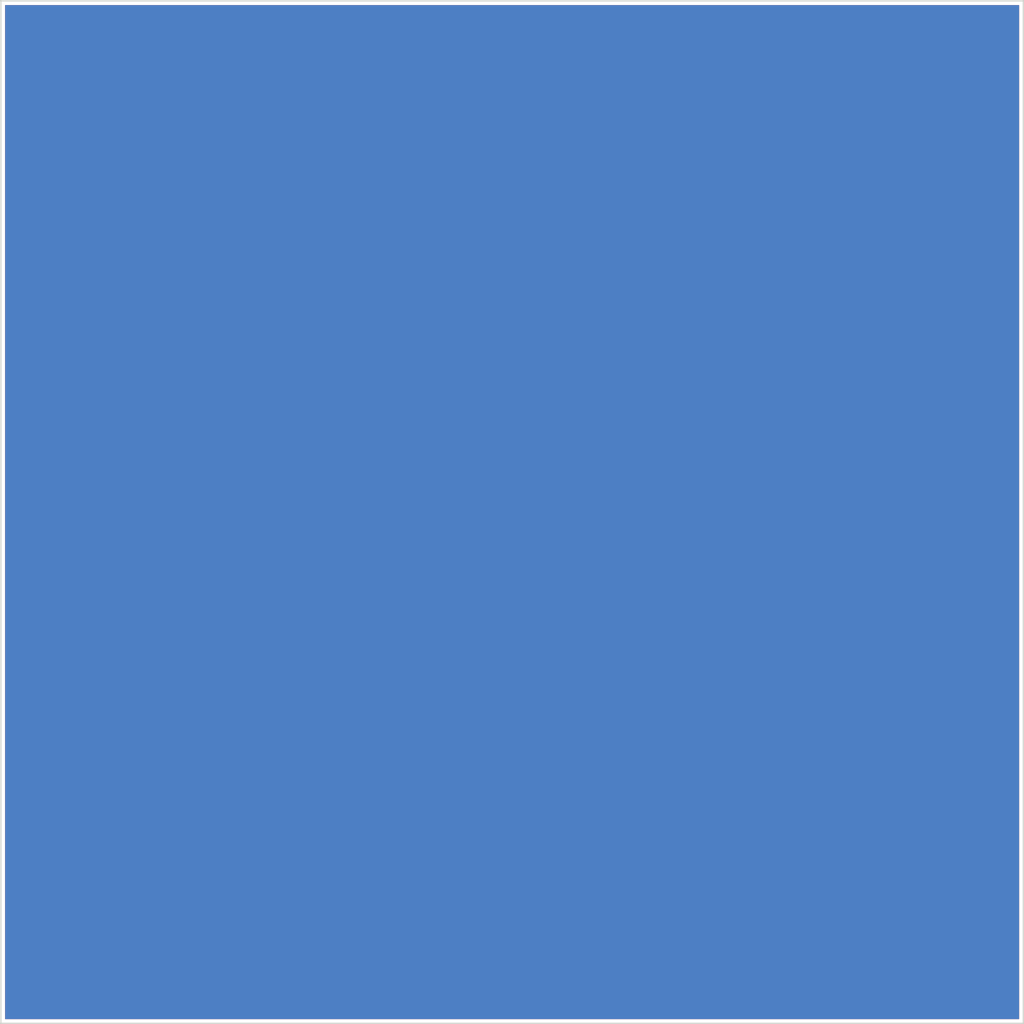
<source format=kicad_pcb>
(kicad_pcb (version 4) (host pcbnew 4.0.7)

  (general
    (links 0)
    (no_connects 0)
    (area -0.075001 -0.075001 100.075001 100.075001)
    (thickness 1.6)
    (drawings 4)
    (tracks 0)
    (zones 0)
    (modules 0)
    (nets 1)
  )

  (page A4)
  (layers
    (0 F.Cu signal)
    (31 B.Cu signal)
    (32 B.Adhes user)
    (33 F.Adhes user)
    (34 B.Paste user)
    (35 F.Paste user)
    (36 B.SilkS user)
    (37 F.SilkS user)
    (38 B.Mask user)
    (39 F.Mask user)
    (40 Dwgs.User user)
    (41 Cmts.User user)
    (42 Eco1.User user)
    (43 Eco2.User user)
    (44 Edge.Cuts user)
    (45 Margin user)
    (46 B.CrtYd user)
    (47 F.CrtYd user)
    (48 B.Fab user)
    (49 F.Fab user)
  )

  (setup
    (last_trace_width 0.25)
    (user_trace_width 0.5)
    (user_trace_width 1)
    (trace_clearance 0.2)
    (zone_clearance 0.35)
    (zone_45_only no)
    (trace_min 0.2)
    (segment_width 0.2)
    (edge_width 0.15)
    (via_size 0.6)
    (via_drill 0.4)
    (via_min_size 0.4)
    (via_min_drill 0.3)
    (user_via 1.2 0.8)
    (uvia_size 0.3)
    (uvia_drill 0.1)
    (uvias_allowed no)
    (uvia_min_size 0.2)
    (uvia_min_drill 0.1)
    (pcb_text_width 0.3)
    (pcb_text_size 1.5 1.5)
    (mod_edge_width 0.15)
    (mod_text_size 1 1)
    (mod_text_width 0.15)
    (pad_size 1.524 1.524)
    (pad_drill 0.762)
    (pad_to_mask_clearance 0.2)
    (aux_axis_origin 0 0)
    (visible_elements 7FFFFFFF)
    (pcbplotparams
      (layerselection 0x010f0_80000001)
      (usegerberextensions false)
      (excludeedgelayer true)
      (linewidth 0.100000)
      (plotframeref false)
      (viasonmask false)
      (mode 1)
      (useauxorigin false)
      (hpglpennumber 1)
      (hpglpenspeed 20)
      (hpglpendiameter 15)
      (hpglpenoverlay 2)
      (psnegative false)
      (psa4output false)
      (plotreference true)
      (plotvalue true)
      (plotinvisibletext false)
      (padsonsilk false)
      (subtractmaskfromsilk false)
      (outputformat 1)
      (mirror false)
      (drillshape 0)
      (scaleselection 1)
      (outputdirectory ""))
  )

  (net 0 "")

  (net_class Default "これは標準のネット クラスです。"
    (clearance 0.2)
    (trace_width 0.25)
    (via_dia 0.6)
    (via_drill 0.4)
    (uvia_dia 0.3)
    (uvia_drill 0.1)
  )

  (gr_line (start 100 0) (end 0 0) (angle 90) (layer Edge.Cuts) (width 0.15))
  (gr_line (start 100 100) (end 100 0) (angle 90) (layer Edge.Cuts) (width 0.15))
  (gr_line (start 0 100) (end 100 100) (angle 90) (layer Edge.Cuts) (width 0.15))
  (gr_line (start 0 0) (end 0 100) (angle 90) (layer Edge.Cuts) (width 0.15))

  (zone (net 0) (net_name "") (layer F.Cu) (tstamp 5B42B39B) (hatch edge 0.508)
    (connect_pads yes (clearance 0.35))
    (min_thickness 0.026)
    (fill yes (arc_segments 16) (thermal_gap 0.508) (thermal_bridge_width 0.508))
    (polygon
      (pts
        (xy 100 100) (xy 0 100) (xy 0 0) (xy 100 0)
      )
    )
    (filled_polygon
      (pts
        (xy 99.562 99.562) (xy 0.438 99.562) (xy 0.438 0.438) (xy 99.562 0.438)
      )
    )
  )
  (zone (net 0) (net_name "") (layer B.Cu) (tstamp 5B42B3AE) (hatch edge 0.508)
    (connect_pads yes (clearance 0.35))
    (min_thickness 0.026)
    (fill yes (arc_segments 16) (thermal_gap 0.508) (thermal_bridge_width 0.508))
    (polygon
      (pts
        (xy 100 100) (xy 0 100) (xy 0 0) (xy 100 0)
      )
    )
    (filled_polygon
      (pts
        (xy 99.562 99.562) (xy 0.438 99.562) (xy 0.438 0.438) (xy 99.562 0.438)
      )
    )
  )
)

</source>
